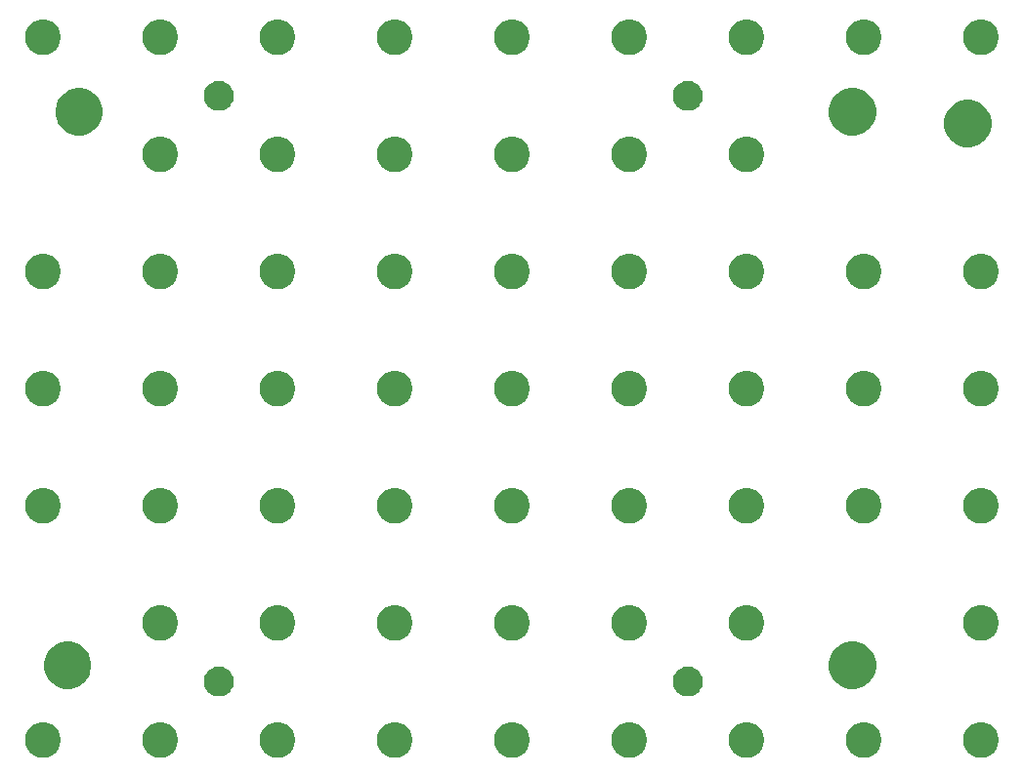
<source format=gbr>
G04 #@! TF.GenerationSoftware,KiCad,Pcbnew,5.1.5-52549c5~86~ubuntu18.04.1*
G04 #@! TF.CreationDate,2020-09-01T14:16:46-05:00*
G04 #@! TF.ProjectId,A05,4130352e-6b69-4636-9164-5f7063625858,rev?*
G04 #@! TF.SameCoordinates,Original*
G04 #@! TF.FileFunction,Soldermask,Bot*
G04 #@! TF.FilePolarity,Negative*
%FSLAX46Y46*%
G04 Gerber Fmt 4.6, Leading zero omitted, Abs format (unit mm)*
G04 Created by KiCad (PCBNEW 5.1.5-52549c5~86~ubuntu18.04.1) date 2020-09-01 14:16:46*
%MOMM*%
%LPD*%
G04 APERTURE LIST*
%ADD10C,0.100000*%
G04 APERTURE END LIST*
D10*
G36*
X105392585Y-83248802D02*
G01*
X105542410Y-83278604D01*
X105824674Y-83395521D01*
X106078705Y-83565259D01*
X106294741Y-83781295D01*
X106464479Y-84035326D01*
X106581396Y-84317590D01*
X106641000Y-84617240D01*
X106641000Y-84922760D01*
X106581396Y-85222410D01*
X106464479Y-85504674D01*
X106294741Y-85758705D01*
X106078705Y-85974741D01*
X105824674Y-86144479D01*
X105542410Y-86261396D01*
X105392585Y-86291198D01*
X105242761Y-86321000D01*
X104937239Y-86321000D01*
X104787415Y-86291198D01*
X104637590Y-86261396D01*
X104355326Y-86144479D01*
X104101295Y-85974741D01*
X103885259Y-85758705D01*
X103715521Y-85504674D01*
X103598604Y-85222410D01*
X103539000Y-84922760D01*
X103539000Y-84617240D01*
X103598604Y-84317590D01*
X103715521Y-84035326D01*
X103885259Y-83781295D01*
X104101295Y-83565259D01*
X104355326Y-83395521D01*
X104637590Y-83278604D01*
X104787415Y-83248802D01*
X104937239Y-83219000D01*
X105242761Y-83219000D01*
X105392585Y-83248802D01*
G37*
G36*
X95232585Y-83248802D02*
G01*
X95382410Y-83278604D01*
X95664674Y-83395521D01*
X95918705Y-83565259D01*
X96134741Y-83781295D01*
X96304479Y-84035326D01*
X96421396Y-84317590D01*
X96481000Y-84617240D01*
X96481000Y-84922760D01*
X96421396Y-85222410D01*
X96304479Y-85504674D01*
X96134741Y-85758705D01*
X95918705Y-85974741D01*
X95664674Y-86144479D01*
X95382410Y-86261396D01*
X95232585Y-86291198D01*
X95082761Y-86321000D01*
X94777239Y-86321000D01*
X94627415Y-86291198D01*
X94477590Y-86261396D01*
X94195326Y-86144479D01*
X93941295Y-85974741D01*
X93725259Y-85758705D01*
X93555521Y-85504674D01*
X93438604Y-85222410D01*
X93379000Y-84922760D01*
X93379000Y-84617240D01*
X93438604Y-84317590D01*
X93555521Y-84035326D01*
X93725259Y-83781295D01*
X93941295Y-83565259D01*
X94195326Y-83395521D01*
X94477590Y-83278604D01*
X94627415Y-83248802D01*
X94777239Y-83219000D01*
X95082761Y-83219000D01*
X95232585Y-83248802D01*
G37*
G36*
X24112585Y-83248802D02*
G01*
X24262410Y-83278604D01*
X24544674Y-83395521D01*
X24798705Y-83565259D01*
X25014741Y-83781295D01*
X25184479Y-84035326D01*
X25301396Y-84317590D01*
X25361000Y-84617240D01*
X25361000Y-84922760D01*
X25301396Y-85222410D01*
X25184479Y-85504674D01*
X25014741Y-85758705D01*
X24798705Y-85974741D01*
X24544674Y-86144479D01*
X24262410Y-86261396D01*
X24112585Y-86291198D01*
X23962761Y-86321000D01*
X23657239Y-86321000D01*
X23507415Y-86291198D01*
X23357590Y-86261396D01*
X23075326Y-86144479D01*
X22821295Y-85974741D01*
X22605259Y-85758705D01*
X22435521Y-85504674D01*
X22318604Y-85222410D01*
X22259000Y-84922760D01*
X22259000Y-84617240D01*
X22318604Y-84317590D01*
X22435521Y-84035326D01*
X22605259Y-83781295D01*
X22821295Y-83565259D01*
X23075326Y-83395521D01*
X23357590Y-83278604D01*
X23507415Y-83248802D01*
X23657239Y-83219000D01*
X23962761Y-83219000D01*
X24112585Y-83248802D01*
G37*
G36*
X34272585Y-83248802D02*
G01*
X34422410Y-83278604D01*
X34704674Y-83395521D01*
X34958705Y-83565259D01*
X35174741Y-83781295D01*
X35344479Y-84035326D01*
X35461396Y-84317590D01*
X35521000Y-84617240D01*
X35521000Y-84922760D01*
X35461396Y-85222410D01*
X35344479Y-85504674D01*
X35174741Y-85758705D01*
X34958705Y-85974741D01*
X34704674Y-86144479D01*
X34422410Y-86261396D01*
X34272585Y-86291198D01*
X34122761Y-86321000D01*
X33817239Y-86321000D01*
X33667415Y-86291198D01*
X33517590Y-86261396D01*
X33235326Y-86144479D01*
X32981295Y-85974741D01*
X32765259Y-85758705D01*
X32595521Y-85504674D01*
X32478604Y-85222410D01*
X32419000Y-84922760D01*
X32419000Y-84617240D01*
X32478604Y-84317590D01*
X32595521Y-84035326D01*
X32765259Y-83781295D01*
X32981295Y-83565259D01*
X33235326Y-83395521D01*
X33517590Y-83278604D01*
X33667415Y-83248802D01*
X33817239Y-83219000D01*
X34122761Y-83219000D01*
X34272585Y-83248802D01*
G37*
G36*
X44432585Y-83248802D02*
G01*
X44582410Y-83278604D01*
X44864674Y-83395521D01*
X45118705Y-83565259D01*
X45334741Y-83781295D01*
X45504479Y-84035326D01*
X45621396Y-84317590D01*
X45681000Y-84617240D01*
X45681000Y-84922760D01*
X45621396Y-85222410D01*
X45504479Y-85504674D01*
X45334741Y-85758705D01*
X45118705Y-85974741D01*
X44864674Y-86144479D01*
X44582410Y-86261396D01*
X44432585Y-86291198D01*
X44282761Y-86321000D01*
X43977239Y-86321000D01*
X43827415Y-86291198D01*
X43677590Y-86261396D01*
X43395326Y-86144479D01*
X43141295Y-85974741D01*
X42925259Y-85758705D01*
X42755521Y-85504674D01*
X42638604Y-85222410D01*
X42579000Y-84922760D01*
X42579000Y-84617240D01*
X42638604Y-84317590D01*
X42755521Y-84035326D01*
X42925259Y-83781295D01*
X43141295Y-83565259D01*
X43395326Y-83395521D01*
X43677590Y-83278604D01*
X43827415Y-83248802D01*
X43977239Y-83219000D01*
X44282761Y-83219000D01*
X44432585Y-83248802D01*
G37*
G36*
X64752585Y-83248802D02*
G01*
X64902410Y-83278604D01*
X65184674Y-83395521D01*
X65438705Y-83565259D01*
X65654741Y-83781295D01*
X65824479Y-84035326D01*
X65941396Y-84317590D01*
X66001000Y-84617240D01*
X66001000Y-84922760D01*
X65941396Y-85222410D01*
X65824479Y-85504674D01*
X65654741Y-85758705D01*
X65438705Y-85974741D01*
X65184674Y-86144479D01*
X64902410Y-86261396D01*
X64752585Y-86291198D01*
X64602761Y-86321000D01*
X64297239Y-86321000D01*
X64147415Y-86291198D01*
X63997590Y-86261396D01*
X63715326Y-86144479D01*
X63461295Y-85974741D01*
X63245259Y-85758705D01*
X63075521Y-85504674D01*
X62958604Y-85222410D01*
X62899000Y-84922760D01*
X62899000Y-84617240D01*
X62958604Y-84317590D01*
X63075521Y-84035326D01*
X63245259Y-83781295D01*
X63461295Y-83565259D01*
X63715326Y-83395521D01*
X63997590Y-83278604D01*
X64147415Y-83248802D01*
X64297239Y-83219000D01*
X64602761Y-83219000D01*
X64752585Y-83248802D01*
G37*
G36*
X74912585Y-83248802D02*
G01*
X75062410Y-83278604D01*
X75344674Y-83395521D01*
X75598705Y-83565259D01*
X75814741Y-83781295D01*
X75984479Y-84035326D01*
X76101396Y-84317590D01*
X76161000Y-84617240D01*
X76161000Y-84922760D01*
X76101396Y-85222410D01*
X75984479Y-85504674D01*
X75814741Y-85758705D01*
X75598705Y-85974741D01*
X75344674Y-86144479D01*
X75062410Y-86261396D01*
X74912585Y-86291198D01*
X74762761Y-86321000D01*
X74457239Y-86321000D01*
X74307415Y-86291198D01*
X74157590Y-86261396D01*
X73875326Y-86144479D01*
X73621295Y-85974741D01*
X73405259Y-85758705D01*
X73235521Y-85504674D01*
X73118604Y-85222410D01*
X73059000Y-84922760D01*
X73059000Y-84617240D01*
X73118604Y-84317590D01*
X73235521Y-84035326D01*
X73405259Y-83781295D01*
X73621295Y-83565259D01*
X73875326Y-83395521D01*
X74157590Y-83278604D01*
X74307415Y-83248802D01*
X74457239Y-83219000D01*
X74762761Y-83219000D01*
X74912585Y-83248802D01*
G37*
G36*
X85072585Y-83248802D02*
G01*
X85222410Y-83278604D01*
X85504674Y-83395521D01*
X85758705Y-83565259D01*
X85974741Y-83781295D01*
X86144479Y-84035326D01*
X86261396Y-84317590D01*
X86321000Y-84617240D01*
X86321000Y-84922760D01*
X86261396Y-85222410D01*
X86144479Y-85504674D01*
X85974741Y-85758705D01*
X85758705Y-85974741D01*
X85504674Y-86144479D01*
X85222410Y-86261396D01*
X85072585Y-86291198D01*
X84922761Y-86321000D01*
X84617239Y-86321000D01*
X84467415Y-86291198D01*
X84317590Y-86261396D01*
X84035326Y-86144479D01*
X83781295Y-85974741D01*
X83565259Y-85758705D01*
X83395521Y-85504674D01*
X83278604Y-85222410D01*
X83219000Y-84922760D01*
X83219000Y-84617240D01*
X83278604Y-84317590D01*
X83395521Y-84035326D01*
X83565259Y-83781295D01*
X83781295Y-83565259D01*
X84035326Y-83395521D01*
X84317590Y-83278604D01*
X84467415Y-83248802D01*
X84617239Y-83219000D01*
X84922761Y-83219000D01*
X85072585Y-83248802D01*
G37*
G36*
X54592585Y-83248802D02*
G01*
X54742410Y-83278604D01*
X55024674Y-83395521D01*
X55278705Y-83565259D01*
X55494741Y-83781295D01*
X55664479Y-84035326D01*
X55781396Y-84317590D01*
X55841000Y-84617240D01*
X55841000Y-84922760D01*
X55781396Y-85222410D01*
X55664479Y-85504674D01*
X55494741Y-85758705D01*
X55278705Y-85974741D01*
X55024674Y-86144479D01*
X54742410Y-86261396D01*
X54592585Y-86291198D01*
X54442761Y-86321000D01*
X54137239Y-86321000D01*
X53987415Y-86291198D01*
X53837590Y-86261396D01*
X53555326Y-86144479D01*
X53301295Y-85974741D01*
X53085259Y-85758705D01*
X52915521Y-85504674D01*
X52798604Y-85222410D01*
X52739000Y-84922760D01*
X52739000Y-84617240D01*
X52798604Y-84317590D01*
X52915521Y-84035326D01*
X53085259Y-83781295D01*
X53301295Y-83565259D01*
X53555326Y-83395521D01*
X53837590Y-83278604D01*
X53987415Y-83248802D01*
X54137239Y-83219000D01*
X54442761Y-83219000D01*
X54592585Y-83248802D01*
G37*
G36*
X39429393Y-78439304D02*
G01*
X39666101Y-78537352D01*
X39666103Y-78537353D01*
X39879135Y-78679696D01*
X40060304Y-78860865D01*
X40078605Y-78888255D01*
X40202648Y-79073899D01*
X40300696Y-79310607D01*
X40350680Y-79561893D01*
X40350680Y-79818107D01*
X40300696Y-80069393D01*
X40220840Y-80262181D01*
X40202647Y-80306103D01*
X40060304Y-80519135D01*
X39879135Y-80700304D01*
X39666103Y-80842647D01*
X39666102Y-80842648D01*
X39666101Y-80842648D01*
X39429393Y-80940696D01*
X39178107Y-80990680D01*
X38921893Y-80990680D01*
X38670607Y-80940696D01*
X38433899Y-80842648D01*
X38433898Y-80842648D01*
X38433897Y-80842647D01*
X38220865Y-80700304D01*
X38039696Y-80519135D01*
X37897353Y-80306103D01*
X37879160Y-80262181D01*
X37799304Y-80069393D01*
X37749320Y-79818107D01*
X37749320Y-79561893D01*
X37799304Y-79310607D01*
X37897352Y-79073899D01*
X38021395Y-78888255D01*
X38039696Y-78860865D01*
X38220865Y-78679696D01*
X38433897Y-78537353D01*
X38433899Y-78537352D01*
X38670607Y-78439304D01*
X38921893Y-78389320D01*
X39178107Y-78389320D01*
X39429393Y-78439304D01*
G37*
G36*
X80069393Y-78439304D02*
G01*
X80306101Y-78537352D01*
X80306103Y-78537353D01*
X80519135Y-78679696D01*
X80700304Y-78860865D01*
X80718605Y-78888255D01*
X80842648Y-79073899D01*
X80940696Y-79310607D01*
X80990680Y-79561893D01*
X80990680Y-79818107D01*
X80940696Y-80069393D01*
X80860840Y-80262181D01*
X80842647Y-80306103D01*
X80700304Y-80519135D01*
X80519135Y-80700304D01*
X80306103Y-80842647D01*
X80306102Y-80842648D01*
X80306101Y-80842648D01*
X80069393Y-80940696D01*
X79818107Y-80990680D01*
X79561893Y-80990680D01*
X79310607Y-80940696D01*
X79073899Y-80842648D01*
X79073898Y-80842648D01*
X79073897Y-80842647D01*
X78860865Y-80700304D01*
X78679696Y-80519135D01*
X78537353Y-80306103D01*
X78519160Y-80262181D01*
X78439304Y-80069393D01*
X78389320Y-79818107D01*
X78389320Y-79561893D01*
X78439304Y-79310607D01*
X78537352Y-79073899D01*
X78661395Y-78888255D01*
X78679696Y-78860865D01*
X78860865Y-78679696D01*
X79073897Y-78537353D01*
X79073899Y-78537352D01*
X79310607Y-78439304D01*
X79561893Y-78389320D01*
X79818107Y-78389320D01*
X80069393Y-78439304D01*
G37*
G36*
X26548254Y-76317818D02*
G01*
X26921511Y-76472426D01*
X26921513Y-76472427D01*
X27257436Y-76696884D01*
X27543116Y-76982564D01*
X27767574Y-77318489D01*
X27922182Y-77691746D01*
X28001000Y-78087993D01*
X28001000Y-78492007D01*
X27922182Y-78888254D01*
X27845286Y-79073897D01*
X27767573Y-79261513D01*
X27543116Y-79597436D01*
X27257436Y-79883116D01*
X26921513Y-80107573D01*
X26921512Y-80107574D01*
X26921511Y-80107574D01*
X26548254Y-80262182D01*
X26152007Y-80341000D01*
X25747993Y-80341000D01*
X25351746Y-80262182D01*
X24978489Y-80107574D01*
X24978488Y-80107574D01*
X24978487Y-80107573D01*
X24642564Y-79883116D01*
X24356884Y-79597436D01*
X24132427Y-79261513D01*
X24054714Y-79073897D01*
X23977818Y-78888254D01*
X23899000Y-78492007D01*
X23899000Y-78087993D01*
X23977818Y-77691746D01*
X24132426Y-77318489D01*
X24356884Y-76982564D01*
X24642564Y-76696884D01*
X24978487Y-76472427D01*
X24978489Y-76472426D01*
X25351746Y-76317818D01*
X25747993Y-76239000D01*
X26152007Y-76239000D01*
X26548254Y-76317818D01*
G37*
G36*
X94548254Y-76317818D02*
G01*
X94921511Y-76472426D01*
X94921513Y-76472427D01*
X95257436Y-76696884D01*
X95543116Y-76982564D01*
X95767574Y-77318489D01*
X95922182Y-77691746D01*
X96001000Y-78087993D01*
X96001000Y-78492007D01*
X95922182Y-78888254D01*
X95845286Y-79073897D01*
X95767573Y-79261513D01*
X95543116Y-79597436D01*
X95257436Y-79883116D01*
X94921513Y-80107573D01*
X94921512Y-80107574D01*
X94921511Y-80107574D01*
X94548254Y-80262182D01*
X94152007Y-80341000D01*
X93747993Y-80341000D01*
X93351746Y-80262182D01*
X92978489Y-80107574D01*
X92978488Y-80107574D01*
X92978487Y-80107573D01*
X92642564Y-79883116D01*
X92356884Y-79597436D01*
X92132427Y-79261513D01*
X92054714Y-79073897D01*
X91977818Y-78888254D01*
X91899000Y-78492007D01*
X91899000Y-78087993D01*
X91977818Y-77691746D01*
X92132426Y-77318489D01*
X92356884Y-76982564D01*
X92642564Y-76696884D01*
X92978487Y-76472427D01*
X92978489Y-76472426D01*
X93351746Y-76317818D01*
X93747993Y-76239000D01*
X94152007Y-76239000D01*
X94548254Y-76317818D01*
G37*
G36*
X85072585Y-73088802D02*
G01*
X85222410Y-73118604D01*
X85504674Y-73235521D01*
X85758705Y-73405259D01*
X85974741Y-73621295D01*
X86144479Y-73875326D01*
X86261396Y-74157590D01*
X86321000Y-74457240D01*
X86321000Y-74762760D01*
X86261396Y-75062410D01*
X86144479Y-75344674D01*
X85974741Y-75598705D01*
X85758705Y-75814741D01*
X85504674Y-75984479D01*
X85222410Y-76101396D01*
X85072585Y-76131198D01*
X84922761Y-76161000D01*
X84617239Y-76161000D01*
X84467415Y-76131198D01*
X84317590Y-76101396D01*
X84035326Y-75984479D01*
X83781295Y-75814741D01*
X83565259Y-75598705D01*
X83395521Y-75344674D01*
X83278604Y-75062410D01*
X83219000Y-74762760D01*
X83219000Y-74457240D01*
X83278604Y-74157590D01*
X83395521Y-73875326D01*
X83565259Y-73621295D01*
X83781295Y-73405259D01*
X84035326Y-73235521D01*
X84317590Y-73118604D01*
X84467415Y-73088802D01*
X84617239Y-73059000D01*
X84922761Y-73059000D01*
X85072585Y-73088802D01*
G37*
G36*
X74912585Y-73088802D02*
G01*
X75062410Y-73118604D01*
X75344674Y-73235521D01*
X75598705Y-73405259D01*
X75814741Y-73621295D01*
X75984479Y-73875326D01*
X76101396Y-74157590D01*
X76161000Y-74457240D01*
X76161000Y-74762760D01*
X76101396Y-75062410D01*
X75984479Y-75344674D01*
X75814741Y-75598705D01*
X75598705Y-75814741D01*
X75344674Y-75984479D01*
X75062410Y-76101396D01*
X74912585Y-76131198D01*
X74762761Y-76161000D01*
X74457239Y-76161000D01*
X74307415Y-76131198D01*
X74157590Y-76101396D01*
X73875326Y-75984479D01*
X73621295Y-75814741D01*
X73405259Y-75598705D01*
X73235521Y-75344674D01*
X73118604Y-75062410D01*
X73059000Y-74762760D01*
X73059000Y-74457240D01*
X73118604Y-74157590D01*
X73235521Y-73875326D01*
X73405259Y-73621295D01*
X73621295Y-73405259D01*
X73875326Y-73235521D01*
X74157590Y-73118604D01*
X74307415Y-73088802D01*
X74457239Y-73059000D01*
X74762761Y-73059000D01*
X74912585Y-73088802D01*
G37*
G36*
X64752585Y-73088802D02*
G01*
X64902410Y-73118604D01*
X65184674Y-73235521D01*
X65438705Y-73405259D01*
X65654741Y-73621295D01*
X65824479Y-73875326D01*
X65941396Y-74157590D01*
X66001000Y-74457240D01*
X66001000Y-74762760D01*
X65941396Y-75062410D01*
X65824479Y-75344674D01*
X65654741Y-75598705D01*
X65438705Y-75814741D01*
X65184674Y-75984479D01*
X64902410Y-76101396D01*
X64752585Y-76131198D01*
X64602761Y-76161000D01*
X64297239Y-76161000D01*
X64147415Y-76131198D01*
X63997590Y-76101396D01*
X63715326Y-75984479D01*
X63461295Y-75814741D01*
X63245259Y-75598705D01*
X63075521Y-75344674D01*
X62958604Y-75062410D01*
X62899000Y-74762760D01*
X62899000Y-74457240D01*
X62958604Y-74157590D01*
X63075521Y-73875326D01*
X63245259Y-73621295D01*
X63461295Y-73405259D01*
X63715326Y-73235521D01*
X63997590Y-73118604D01*
X64147415Y-73088802D01*
X64297239Y-73059000D01*
X64602761Y-73059000D01*
X64752585Y-73088802D01*
G37*
G36*
X44432585Y-73088802D02*
G01*
X44582410Y-73118604D01*
X44864674Y-73235521D01*
X45118705Y-73405259D01*
X45334741Y-73621295D01*
X45504479Y-73875326D01*
X45621396Y-74157590D01*
X45681000Y-74457240D01*
X45681000Y-74762760D01*
X45621396Y-75062410D01*
X45504479Y-75344674D01*
X45334741Y-75598705D01*
X45118705Y-75814741D01*
X44864674Y-75984479D01*
X44582410Y-76101396D01*
X44432585Y-76131198D01*
X44282761Y-76161000D01*
X43977239Y-76161000D01*
X43827415Y-76131198D01*
X43677590Y-76101396D01*
X43395326Y-75984479D01*
X43141295Y-75814741D01*
X42925259Y-75598705D01*
X42755521Y-75344674D01*
X42638604Y-75062410D01*
X42579000Y-74762760D01*
X42579000Y-74457240D01*
X42638604Y-74157590D01*
X42755521Y-73875326D01*
X42925259Y-73621295D01*
X43141295Y-73405259D01*
X43395326Y-73235521D01*
X43677590Y-73118604D01*
X43827415Y-73088802D01*
X43977239Y-73059000D01*
X44282761Y-73059000D01*
X44432585Y-73088802D01*
G37*
G36*
X34272585Y-73088802D02*
G01*
X34422410Y-73118604D01*
X34704674Y-73235521D01*
X34958705Y-73405259D01*
X35174741Y-73621295D01*
X35344479Y-73875326D01*
X35461396Y-74157590D01*
X35521000Y-74457240D01*
X35521000Y-74762760D01*
X35461396Y-75062410D01*
X35344479Y-75344674D01*
X35174741Y-75598705D01*
X34958705Y-75814741D01*
X34704674Y-75984479D01*
X34422410Y-76101396D01*
X34272585Y-76131198D01*
X34122761Y-76161000D01*
X33817239Y-76161000D01*
X33667415Y-76131198D01*
X33517590Y-76101396D01*
X33235326Y-75984479D01*
X32981295Y-75814741D01*
X32765259Y-75598705D01*
X32595521Y-75344674D01*
X32478604Y-75062410D01*
X32419000Y-74762760D01*
X32419000Y-74457240D01*
X32478604Y-74157590D01*
X32595521Y-73875326D01*
X32765259Y-73621295D01*
X32981295Y-73405259D01*
X33235326Y-73235521D01*
X33517590Y-73118604D01*
X33667415Y-73088802D01*
X33817239Y-73059000D01*
X34122761Y-73059000D01*
X34272585Y-73088802D01*
G37*
G36*
X105392585Y-73088802D02*
G01*
X105542410Y-73118604D01*
X105824674Y-73235521D01*
X106078705Y-73405259D01*
X106294741Y-73621295D01*
X106464479Y-73875326D01*
X106581396Y-74157590D01*
X106641000Y-74457240D01*
X106641000Y-74762760D01*
X106581396Y-75062410D01*
X106464479Y-75344674D01*
X106294741Y-75598705D01*
X106078705Y-75814741D01*
X105824674Y-75984479D01*
X105542410Y-76101396D01*
X105392585Y-76131198D01*
X105242761Y-76161000D01*
X104937239Y-76161000D01*
X104787415Y-76131198D01*
X104637590Y-76101396D01*
X104355326Y-75984479D01*
X104101295Y-75814741D01*
X103885259Y-75598705D01*
X103715521Y-75344674D01*
X103598604Y-75062410D01*
X103539000Y-74762760D01*
X103539000Y-74457240D01*
X103598604Y-74157590D01*
X103715521Y-73875326D01*
X103885259Y-73621295D01*
X104101295Y-73405259D01*
X104355326Y-73235521D01*
X104637590Y-73118604D01*
X104787415Y-73088802D01*
X104937239Y-73059000D01*
X105242761Y-73059000D01*
X105392585Y-73088802D01*
G37*
G36*
X54592585Y-73088802D02*
G01*
X54742410Y-73118604D01*
X55024674Y-73235521D01*
X55278705Y-73405259D01*
X55494741Y-73621295D01*
X55664479Y-73875326D01*
X55781396Y-74157590D01*
X55841000Y-74457240D01*
X55841000Y-74762760D01*
X55781396Y-75062410D01*
X55664479Y-75344674D01*
X55494741Y-75598705D01*
X55278705Y-75814741D01*
X55024674Y-75984479D01*
X54742410Y-76101396D01*
X54592585Y-76131198D01*
X54442761Y-76161000D01*
X54137239Y-76161000D01*
X53987415Y-76131198D01*
X53837590Y-76101396D01*
X53555326Y-75984479D01*
X53301295Y-75814741D01*
X53085259Y-75598705D01*
X52915521Y-75344674D01*
X52798604Y-75062410D01*
X52739000Y-74762760D01*
X52739000Y-74457240D01*
X52798604Y-74157590D01*
X52915521Y-73875326D01*
X53085259Y-73621295D01*
X53301295Y-73405259D01*
X53555326Y-73235521D01*
X53837590Y-73118604D01*
X53987415Y-73088802D01*
X54137239Y-73059000D01*
X54442761Y-73059000D01*
X54592585Y-73088802D01*
G37*
G36*
X34272585Y-62928802D02*
G01*
X34422410Y-62958604D01*
X34704674Y-63075521D01*
X34958705Y-63245259D01*
X35174741Y-63461295D01*
X35344479Y-63715326D01*
X35461396Y-63997590D01*
X35521000Y-64297240D01*
X35521000Y-64602760D01*
X35461396Y-64902410D01*
X35344479Y-65184674D01*
X35174741Y-65438705D01*
X34958705Y-65654741D01*
X34704674Y-65824479D01*
X34422410Y-65941396D01*
X34272585Y-65971198D01*
X34122761Y-66001000D01*
X33817239Y-66001000D01*
X33667415Y-65971198D01*
X33517590Y-65941396D01*
X33235326Y-65824479D01*
X32981295Y-65654741D01*
X32765259Y-65438705D01*
X32595521Y-65184674D01*
X32478604Y-64902410D01*
X32419000Y-64602760D01*
X32419000Y-64297240D01*
X32478604Y-63997590D01*
X32595521Y-63715326D01*
X32765259Y-63461295D01*
X32981295Y-63245259D01*
X33235326Y-63075521D01*
X33517590Y-62958604D01*
X33667415Y-62928802D01*
X33817239Y-62899000D01*
X34122761Y-62899000D01*
X34272585Y-62928802D01*
G37*
G36*
X85072585Y-62928802D02*
G01*
X85222410Y-62958604D01*
X85504674Y-63075521D01*
X85758705Y-63245259D01*
X85974741Y-63461295D01*
X86144479Y-63715326D01*
X86261396Y-63997590D01*
X86321000Y-64297240D01*
X86321000Y-64602760D01*
X86261396Y-64902410D01*
X86144479Y-65184674D01*
X85974741Y-65438705D01*
X85758705Y-65654741D01*
X85504674Y-65824479D01*
X85222410Y-65941396D01*
X85072585Y-65971198D01*
X84922761Y-66001000D01*
X84617239Y-66001000D01*
X84467415Y-65971198D01*
X84317590Y-65941396D01*
X84035326Y-65824479D01*
X83781295Y-65654741D01*
X83565259Y-65438705D01*
X83395521Y-65184674D01*
X83278604Y-64902410D01*
X83219000Y-64602760D01*
X83219000Y-64297240D01*
X83278604Y-63997590D01*
X83395521Y-63715326D01*
X83565259Y-63461295D01*
X83781295Y-63245259D01*
X84035326Y-63075521D01*
X84317590Y-62958604D01*
X84467415Y-62928802D01*
X84617239Y-62899000D01*
X84922761Y-62899000D01*
X85072585Y-62928802D01*
G37*
G36*
X74912585Y-62928802D02*
G01*
X75062410Y-62958604D01*
X75344674Y-63075521D01*
X75598705Y-63245259D01*
X75814741Y-63461295D01*
X75984479Y-63715326D01*
X76101396Y-63997590D01*
X76161000Y-64297240D01*
X76161000Y-64602760D01*
X76101396Y-64902410D01*
X75984479Y-65184674D01*
X75814741Y-65438705D01*
X75598705Y-65654741D01*
X75344674Y-65824479D01*
X75062410Y-65941396D01*
X74912585Y-65971198D01*
X74762761Y-66001000D01*
X74457239Y-66001000D01*
X74307415Y-65971198D01*
X74157590Y-65941396D01*
X73875326Y-65824479D01*
X73621295Y-65654741D01*
X73405259Y-65438705D01*
X73235521Y-65184674D01*
X73118604Y-64902410D01*
X73059000Y-64602760D01*
X73059000Y-64297240D01*
X73118604Y-63997590D01*
X73235521Y-63715326D01*
X73405259Y-63461295D01*
X73621295Y-63245259D01*
X73875326Y-63075521D01*
X74157590Y-62958604D01*
X74307415Y-62928802D01*
X74457239Y-62899000D01*
X74762761Y-62899000D01*
X74912585Y-62928802D01*
G37*
G36*
X24112585Y-62928802D02*
G01*
X24262410Y-62958604D01*
X24544674Y-63075521D01*
X24798705Y-63245259D01*
X25014741Y-63461295D01*
X25184479Y-63715326D01*
X25301396Y-63997590D01*
X25361000Y-64297240D01*
X25361000Y-64602760D01*
X25301396Y-64902410D01*
X25184479Y-65184674D01*
X25014741Y-65438705D01*
X24798705Y-65654741D01*
X24544674Y-65824479D01*
X24262410Y-65941396D01*
X24112585Y-65971198D01*
X23962761Y-66001000D01*
X23657239Y-66001000D01*
X23507415Y-65971198D01*
X23357590Y-65941396D01*
X23075326Y-65824479D01*
X22821295Y-65654741D01*
X22605259Y-65438705D01*
X22435521Y-65184674D01*
X22318604Y-64902410D01*
X22259000Y-64602760D01*
X22259000Y-64297240D01*
X22318604Y-63997590D01*
X22435521Y-63715326D01*
X22605259Y-63461295D01*
X22821295Y-63245259D01*
X23075326Y-63075521D01*
X23357590Y-62958604D01*
X23507415Y-62928802D01*
X23657239Y-62899000D01*
X23962761Y-62899000D01*
X24112585Y-62928802D01*
G37*
G36*
X44432585Y-62928802D02*
G01*
X44582410Y-62958604D01*
X44864674Y-63075521D01*
X45118705Y-63245259D01*
X45334741Y-63461295D01*
X45504479Y-63715326D01*
X45621396Y-63997590D01*
X45681000Y-64297240D01*
X45681000Y-64602760D01*
X45621396Y-64902410D01*
X45504479Y-65184674D01*
X45334741Y-65438705D01*
X45118705Y-65654741D01*
X44864674Y-65824479D01*
X44582410Y-65941396D01*
X44432585Y-65971198D01*
X44282761Y-66001000D01*
X43977239Y-66001000D01*
X43827415Y-65971198D01*
X43677590Y-65941396D01*
X43395326Y-65824479D01*
X43141295Y-65654741D01*
X42925259Y-65438705D01*
X42755521Y-65184674D01*
X42638604Y-64902410D01*
X42579000Y-64602760D01*
X42579000Y-64297240D01*
X42638604Y-63997590D01*
X42755521Y-63715326D01*
X42925259Y-63461295D01*
X43141295Y-63245259D01*
X43395326Y-63075521D01*
X43677590Y-62958604D01*
X43827415Y-62928802D01*
X43977239Y-62899000D01*
X44282761Y-62899000D01*
X44432585Y-62928802D01*
G37*
G36*
X54592585Y-62928802D02*
G01*
X54742410Y-62958604D01*
X55024674Y-63075521D01*
X55278705Y-63245259D01*
X55494741Y-63461295D01*
X55664479Y-63715326D01*
X55781396Y-63997590D01*
X55841000Y-64297240D01*
X55841000Y-64602760D01*
X55781396Y-64902410D01*
X55664479Y-65184674D01*
X55494741Y-65438705D01*
X55278705Y-65654741D01*
X55024674Y-65824479D01*
X54742410Y-65941396D01*
X54592585Y-65971198D01*
X54442761Y-66001000D01*
X54137239Y-66001000D01*
X53987415Y-65971198D01*
X53837590Y-65941396D01*
X53555326Y-65824479D01*
X53301295Y-65654741D01*
X53085259Y-65438705D01*
X52915521Y-65184674D01*
X52798604Y-64902410D01*
X52739000Y-64602760D01*
X52739000Y-64297240D01*
X52798604Y-63997590D01*
X52915521Y-63715326D01*
X53085259Y-63461295D01*
X53301295Y-63245259D01*
X53555326Y-63075521D01*
X53837590Y-62958604D01*
X53987415Y-62928802D01*
X54137239Y-62899000D01*
X54442761Y-62899000D01*
X54592585Y-62928802D01*
G37*
G36*
X95232585Y-62928802D02*
G01*
X95382410Y-62958604D01*
X95664674Y-63075521D01*
X95918705Y-63245259D01*
X96134741Y-63461295D01*
X96304479Y-63715326D01*
X96421396Y-63997590D01*
X96481000Y-64297240D01*
X96481000Y-64602760D01*
X96421396Y-64902410D01*
X96304479Y-65184674D01*
X96134741Y-65438705D01*
X95918705Y-65654741D01*
X95664674Y-65824479D01*
X95382410Y-65941396D01*
X95232585Y-65971198D01*
X95082761Y-66001000D01*
X94777239Y-66001000D01*
X94627415Y-65971198D01*
X94477590Y-65941396D01*
X94195326Y-65824479D01*
X93941295Y-65654741D01*
X93725259Y-65438705D01*
X93555521Y-65184674D01*
X93438604Y-64902410D01*
X93379000Y-64602760D01*
X93379000Y-64297240D01*
X93438604Y-63997590D01*
X93555521Y-63715326D01*
X93725259Y-63461295D01*
X93941295Y-63245259D01*
X94195326Y-63075521D01*
X94477590Y-62958604D01*
X94627415Y-62928802D01*
X94777239Y-62899000D01*
X95082761Y-62899000D01*
X95232585Y-62928802D01*
G37*
G36*
X105392585Y-62928802D02*
G01*
X105542410Y-62958604D01*
X105824674Y-63075521D01*
X106078705Y-63245259D01*
X106294741Y-63461295D01*
X106464479Y-63715326D01*
X106581396Y-63997590D01*
X106641000Y-64297240D01*
X106641000Y-64602760D01*
X106581396Y-64902410D01*
X106464479Y-65184674D01*
X106294741Y-65438705D01*
X106078705Y-65654741D01*
X105824674Y-65824479D01*
X105542410Y-65941396D01*
X105392585Y-65971198D01*
X105242761Y-66001000D01*
X104937239Y-66001000D01*
X104787415Y-65971198D01*
X104637590Y-65941396D01*
X104355326Y-65824479D01*
X104101295Y-65654741D01*
X103885259Y-65438705D01*
X103715521Y-65184674D01*
X103598604Y-64902410D01*
X103539000Y-64602760D01*
X103539000Y-64297240D01*
X103598604Y-63997590D01*
X103715521Y-63715326D01*
X103885259Y-63461295D01*
X104101295Y-63245259D01*
X104355326Y-63075521D01*
X104637590Y-62958604D01*
X104787415Y-62928802D01*
X104937239Y-62899000D01*
X105242761Y-62899000D01*
X105392585Y-62928802D01*
G37*
G36*
X64752585Y-62928802D02*
G01*
X64902410Y-62958604D01*
X65184674Y-63075521D01*
X65438705Y-63245259D01*
X65654741Y-63461295D01*
X65824479Y-63715326D01*
X65941396Y-63997590D01*
X66001000Y-64297240D01*
X66001000Y-64602760D01*
X65941396Y-64902410D01*
X65824479Y-65184674D01*
X65654741Y-65438705D01*
X65438705Y-65654741D01*
X65184674Y-65824479D01*
X64902410Y-65941396D01*
X64752585Y-65971198D01*
X64602761Y-66001000D01*
X64297239Y-66001000D01*
X64147415Y-65971198D01*
X63997590Y-65941396D01*
X63715326Y-65824479D01*
X63461295Y-65654741D01*
X63245259Y-65438705D01*
X63075521Y-65184674D01*
X62958604Y-64902410D01*
X62899000Y-64602760D01*
X62899000Y-64297240D01*
X62958604Y-63997590D01*
X63075521Y-63715326D01*
X63245259Y-63461295D01*
X63461295Y-63245259D01*
X63715326Y-63075521D01*
X63997590Y-62958604D01*
X64147415Y-62928802D01*
X64297239Y-62899000D01*
X64602761Y-62899000D01*
X64752585Y-62928802D01*
G37*
G36*
X105392585Y-52768802D02*
G01*
X105542410Y-52798604D01*
X105824674Y-52915521D01*
X106078705Y-53085259D01*
X106294741Y-53301295D01*
X106464479Y-53555326D01*
X106581396Y-53837590D01*
X106641000Y-54137240D01*
X106641000Y-54442760D01*
X106581396Y-54742410D01*
X106464479Y-55024674D01*
X106294741Y-55278705D01*
X106078705Y-55494741D01*
X105824674Y-55664479D01*
X105542410Y-55781396D01*
X105392585Y-55811198D01*
X105242761Y-55841000D01*
X104937239Y-55841000D01*
X104787415Y-55811198D01*
X104637590Y-55781396D01*
X104355326Y-55664479D01*
X104101295Y-55494741D01*
X103885259Y-55278705D01*
X103715521Y-55024674D01*
X103598604Y-54742410D01*
X103539000Y-54442760D01*
X103539000Y-54137240D01*
X103598604Y-53837590D01*
X103715521Y-53555326D01*
X103885259Y-53301295D01*
X104101295Y-53085259D01*
X104355326Y-52915521D01*
X104637590Y-52798604D01*
X104787415Y-52768802D01*
X104937239Y-52739000D01*
X105242761Y-52739000D01*
X105392585Y-52768802D01*
G37*
G36*
X95232585Y-52768802D02*
G01*
X95382410Y-52798604D01*
X95664674Y-52915521D01*
X95918705Y-53085259D01*
X96134741Y-53301295D01*
X96304479Y-53555326D01*
X96421396Y-53837590D01*
X96481000Y-54137240D01*
X96481000Y-54442760D01*
X96421396Y-54742410D01*
X96304479Y-55024674D01*
X96134741Y-55278705D01*
X95918705Y-55494741D01*
X95664674Y-55664479D01*
X95382410Y-55781396D01*
X95232585Y-55811198D01*
X95082761Y-55841000D01*
X94777239Y-55841000D01*
X94627415Y-55811198D01*
X94477590Y-55781396D01*
X94195326Y-55664479D01*
X93941295Y-55494741D01*
X93725259Y-55278705D01*
X93555521Y-55024674D01*
X93438604Y-54742410D01*
X93379000Y-54442760D01*
X93379000Y-54137240D01*
X93438604Y-53837590D01*
X93555521Y-53555326D01*
X93725259Y-53301295D01*
X93941295Y-53085259D01*
X94195326Y-52915521D01*
X94477590Y-52798604D01*
X94627415Y-52768802D01*
X94777239Y-52739000D01*
X95082761Y-52739000D01*
X95232585Y-52768802D01*
G37*
G36*
X85072585Y-52768802D02*
G01*
X85222410Y-52798604D01*
X85504674Y-52915521D01*
X85758705Y-53085259D01*
X85974741Y-53301295D01*
X86144479Y-53555326D01*
X86261396Y-53837590D01*
X86321000Y-54137240D01*
X86321000Y-54442760D01*
X86261396Y-54742410D01*
X86144479Y-55024674D01*
X85974741Y-55278705D01*
X85758705Y-55494741D01*
X85504674Y-55664479D01*
X85222410Y-55781396D01*
X85072585Y-55811198D01*
X84922761Y-55841000D01*
X84617239Y-55841000D01*
X84467415Y-55811198D01*
X84317590Y-55781396D01*
X84035326Y-55664479D01*
X83781295Y-55494741D01*
X83565259Y-55278705D01*
X83395521Y-55024674D01*
X83278604Y-54742410D01*
X83219000Y-54442760D01*
X83219000Y-54137240D01*
X83278604Y-53837590D01*
X83395521Y-53555326D01*
X83565259Y-53301295D01*
X83781295Y-53085259D01*
X84035326Y-52915521D01*
X84317590Y-52798604D01*
X84467415Y-52768802D01*
X84617239Y-52739000D01*
X84922761Y-52739000D01*
X85072585Y-52768802D01*
G37*
G36*
X74912585Y-52768802D02*
G01*
X75062410Y-52798604D01*
X75344674Y-52915521D01*
X75598705Y-53085259D01*
X75814741Y-53301295D01*
X75984479Y-53555326D01*
X76101396Y-53837590D01*
X76161000Y-54137240D01*
X76161000Y-54442760D01*
X76101396Y-54742410D01*
X75984479Y-55024674D01*
X75814741Y-55278705D01*
X75598705Y-55494741D01*
X75344674Y-55664479D01*
X75062410Y-55781396D01*
X74912585Y-55811198D01*
X74762761Y-55841000D01*
X74457239Y-55841000D01*
X74307415Y-55811198D01*
X74157590Y-55781396D01*
X73875326Y-55664479D01*
X73621295Y-55494741D01*
X73405259Y-55278705D01*
X73235521Y-55024674D01*
X73118604Y-54742410D01*
X73059000Y-54442760D01*
X73059000Y-54137240D01*
X73118604Y-53837590D01*
X73235521Y-53555326D01*
X73405259Y-53301295D01*
X73621295Y-53085259D01*
X73875326Y-52915521D01*
X74157590Y-52798604D01*
X74307415Y-52768802D01*
X74457239Y-52739000D01*
X74762761Y-52739000D01*
X74912585Y-52768802D01*
G37*
G36*
X64752585Y-52768802D02*
G01*
X64902410Y-52798604D01*
X65184674Y-52915521D01*
X65438705Y-53085259D01*
X65654741Y-53301295D01*
X65824479Y-53555326D01*
X65941396Y-53837590D01*
X66001000Y-54137240D01*
X66001000Y-54442760D01*
X65941396Y-54742410D01*
X65824479Y-55024674D01*
X65654741Y-55278705D01*
X65438705Y-55494741D01*
X65184674Y-55664479D01*
X64902410Y-55781396D01*
X64752585Y-55811198D01*
X64602761Y-55841000D01*
X64297239Y-55841000D01*
X64147415Y-55811198D01*
X63997590Y-55781396D01*
X63715326Y-55664479D01*
X63461295Y-55494741D01*
X63245259Y-55278705D01*
X63075521Y-55024674D01*
X62958604Y-54742410D01*
X62899000Y-54442760D01*
X62899000Y-54137240D01*
X62958604Y-53837590D01*
X63075521Y-53555326D01*
X63245259Y-53301295D01*
X63461295Y-53085259D01*
X63715326Y-52915521D01*
X63997590Y-52798604D01*
X64147415Y-52768802D01*
X64297239Y-52739000D01*
X64602761Y-52739000D01*
X64752585Y-52768802D01*
G37*
G36*
X34272585Y-52768802D02*
G01*
X34422410Y-52798604D01*
X34704674Y-52915521D01*
X34958705Y-53085259D01*
X35174741Y-53301295D01*
X35344479Y-53555326D01*
X35461396Y-53837590D01*
X35521000Y-54137240D01*
X35521000Y-54442760D01*
X35461396Y-54742410D01*
X35344479Y-55024674D01*
X35174741Y-55278705D01*
X34958705Y-55494741D01*
X34704674Y-55664479D01*
X34422410Y-55781396D01*
X34272585Y-55811198D01*
X34122761Y-55841000D01*
X33817239Y-55841000D01*
X33667415Y-55811198D01*
X33517590Y-55781396D01*
X33235326Y-55664479D01*
X32981295Y-55494741D01*
X32765259Y-55278705D01*
X32595521Y-55024674D01*
X32478604Y-54742410D01*
X32419000Y-54442760D01*
X32419000Y-54137240D01*
X32478604Y-53837590D01*
X32595521Y-53555326D01*
X32765259Y-53301295D01*
X32981295Y-53085259D01*
X33235326Y-52915521D01*
X33517590Y-52798604D01*
X33667415Y-52768802D01*
X33817239Y-52739000D01*
X34122761Y-52739000D01*
X34272585Y-52768802D01*
G37*
G36*
X24112585Y-52768802D02*
G01*
X24262410Y-52798604D01*
X24544674Y-52915521D01*
X24798705Y-53085259D01*
X25014741Y-53301295D01*
X25184479Y-53555326D01*
X25301396Y-53837590D01*
X25361000Y-54137240D01*
X25361000Y-54442760D01*
X25301396Y-54742410D01*
X25184479Y-55024674D01*
X25014741Y-55278705D01*
X24798705Y-55494741D01*
X24544674Y-55664479D01*
X24262410Y-55781396D01*
X24112585Y-55811198D01*
X23962761Y-55841000D01*
X23657239Y-55841000D01*
X23507415Y-55811198D01*
X23357590Y-55781396D01*
X23075326Y-55664479D01*
X22821295Y-55494741D01*
X22605259Y-55278705D01*
X22435521Y-55024674D01*
X22318604Y-54742410D01*
X22259000Y-54442760D01*
X22259000Y-54137240D01*
X22318604Y-53837590D01*
X22435521Y-53555326D01*
X22605259Y-53301295D01*
X22821295Y-53085259D01*
X23075326Y-52915521D01*
X23357590Y-52798604D01*
X23507415Y-52768802D01*
X23657239Y-52739000D01*
X23962761Y-52739000D01*
X24112585Y-52768802D01*
G37*
G36*
X44432585Y-52768802D02*
G01*
X44582410Y-52798604D01*
X44864674Y-52915521D01*
X45118705Y-53085259D01*
X45334741Y-53301295D01*
X45504479Y-53555326D01*
X45621396Y-53837590D01*
X45681000Y-54137240D01*
X45681000Y-54442760D01*
X45621396Y-54742410D01*
X45504479Y-55024674D01*
X45334741Y-55278705D01*
X45118705Y-55494741D01*
X44864674Y-55664479D01*
X44582410Y-55781396D01*
X44432585Y-55811198D01*
X44282761Y-55841000D01*
X43977239Y-55841000D01*
X43827415Y-55811198D01*
X43677590Y-55781396D01*
X43395326Y-55664479D01*
X43141295Y-55494741D01*
X42925259Y-55278705D01*
X42755521Y-55024674D01*
X42638604Y-54742410D01*
X42579000Y-54442760D01*
X42579000Y-54137240D01*
X42638604Y-53837590D01*
X42755521Y-53555326D01*
X42925259Y-53301295D01*
X43141295Y-53085259D01*
X43395326Y-52915521D01*
X43677590Y-52798604D01*
X43827415Y-52768802D01*
X43977239Y-52739000D01*
X44282761Y-52739000D01*
X44432585Y-52768802D01*
G37*
G36*
X54592585Y-52768802D02*
G01*
X54742410Y-52798604D01*
X55024674Y-52915521D01*
X55278705Y-53085259D01*
X55494741Y-53301295D01*
X55664479Y-53555326D01*
X55781396Y-53837590D01*
X55841000Y-54137240D01*
X55841000Y-54442760D01*
X55781396Y-54742410D01*
X55664479Y-55024674D01*
X55494741Y-55278705D01*
X55278705Y-55494741D01*
X55024674Y-55664479D01*
X54742410Y-55781396D01*
X54592585Y-55811198D01*
X54442761Y-55841000D01*
X54137239Y-55841000D01*
X53987415Y-55811198D01*
X53837590Y-55781396D01*
X53555326Y-55664479D01*
X53301295Y-55494741D01*
X53085259Y-55278705D01*
X52915521Y-55024674D01*
X52798604Y-54742410D01*
X52739000Y-54442760D01*
X52739000Y-54137240D01*
X52798604Y-53837590D01*
X52915521Y-53555326D01*
X53085259Y-53301295D01*
X53301295Y-53085259D01*
X53555326Y-52915521D01*
X53837590Y-52798604D01*
X53987415Y-52768802D01*
X54137239Y-52739000D01*
X54442761Y-52739000D01*
X54592585Y-52768802D01*
G37*
G36*
X24112585Y-42608802D02*
G01*
X24262410Y-42638604D01*
X24544674Y-42755521D01*
X24798705Y-42925259D01*
X25014741Y-43141295D01*
X25184479Y-43395326D01*
X25301396Y-43677590D01*
X25361000Y-43977240D01*
X25361000Y-44282760D01*
X25301396Y-44582410D01*
X25184479Y-44864674D01*
X25014741Y-45118705D01*
X24798705Y-45334741D01*
X24544674Y-45504479D01*
X24262410Y-45621396D01*
X24112585Y-45651198D01*
X23962761Y-45681000D01*
X23657239Y-45681000D01*
X23507415Y-45651198D01*
X23357590Y-45621396D01*
X23075326Y-45504479D01*
X22821295Y-45334741D01*
X22605259Y-45118705D01*
X22435521Y-44864674D01*
X22318604Y-44582410D01*
X22259000Y-44282760D01*
X22259000Y-43977240D01*
X22318604Y-43677590D01*
X22435521Y-43395326D01*
X22605259Y-43141295D01*
X22821295Y-42925259D01*
X23075326Y-42755521D01*
X23357590Y-42638604D01*
X23507415Y-42608802D01*
X23657239Y-42579000D01*
X23962761Y-42579000D01*
X24112585Y-42608802D01*
G37*
G36*
X95232585Y-42608802D02*
G01*
X95382410Y-42638604D01*
X95664674Y-42755521D01*
X95918705Y-42925259D01*
X96134741Y-43141295D01*
X96304479Y-43395326D01*
X96421396Y-43677590D01*
X96481000Y-43977240D01*
X96481000Y-44282760D01*
X96421396Y-44582410D01*
X96304479Y-44864674D01*
X96134741Y-45118705D01*
X95918705Y-45334741D01*
X95664674Y-45504479D01*
X95382410Y-45621396D01*
X95232585Y-45651198D01*
X95082761Y-45681000D01*
X94777239Y-45681000D01*
X94627415Y-45651198D01*
X94477590Y-45621396D01*
X94195326Y-45504479D01*
X93941295Y-45334741D01*
X93725259Y-45118705D01*
X93555521Y-44864674D01*
X93438604Y-44582410D01*
X93379000Y-44282760D01*
X93379000Y-43977240D01*
X93438604Y-43677590D01*
X93555521Y-43395326D01*
X93725259Y-43141295D01*
X93941295Y-42925259D01*
X94195326Y-42755521D01*
X94477590Y-42638604D01*
X94627415Y-42608802D01*
X94777239Y-42579000D01*
X95082761Y-42579000D01*
X95232585Y-42608802D01*
G37*
G36*
X34272585Y-42608802D02*
G01*
X34422410Y-42638604D01*
X34704674Y-42755521D01*
X34958705Y-42925259D01*
X35174741Y-43141295D01*
X35344479Y-43395326D01*
X35461396Y-43677590D01*
X35521000Y-43977240D01*
X35521000Y-44282760D01*
X35461396Y-44582410D01*
X35344479Y-44864674D01*
X35174741Y-45118705D01*
X34958705Y-45334741D01*
X34704674Y-45504479D01*
X34422410Y-45621396D01*
X34272585Y-45651198D01*
X34122761Y-45681000D01*
X33817239Y-45681000D01*
X33667415Y-45651198D01*
X33517590Y-45621396D01*
X33235326Y-45504479D01*
X32981295Y-45334741D01*
X32765259Y-45118705D01*
X32595521Y-44864674D01*
X32478604Y-44582410D01*
X32419000Y-44282760D01*
X32419000Y-43977240D01*
X32478604Y-43677590D01*
X32595521Y-43395326D01*
X32765259Y-43141295D01*
X32981295Y-42925259D01*
X33235326Y-42755521D01*
X33517590Y-42638604D01*
X33667415Y-42608802D01*
X33817239Y-42579000D01*
X34122761Y-42579000D01*
X34272585Y-42608802D01*
G37*
G36*
X44432585Y-42608802D02*
G01*
X44582410Y-42638604D01*
X44864674Y-42755521D01*
X45118705Y-42925259D01*
X45334741Y-43141295D01*
X45504479Y-43395326D01*
X45621396Y-43677590D01*
X45681000Y-43977240D01*
X45681000Y-44282760D01*
X45621396Y-44582410D01*
X45504479Y-44864674D01*
X45334741Y-45118705D01*
X45118705Y-45334741D01*
X44864674Y-45504479D01*
X44582410Y-45621396D01*
X44432585Y-45651198D01*
X44282761Y-45681000D01*
X43977239Y-45681000D01*
X43827415Y-45651198D01*
X43677590Y-45621396D01*
X43395326Y-45504479D01*
X43141295Y-45334741D01*
X42925259Y-45118705D01*
X42755521Y-44864674D01*
X42638604Y-44582410D01*
X42579000Y-44282760D01*
X42579000Y-43977240D01*
X42638604Y-43677590D01*
X42755521Y-43395326D01*
X42925259Y-43141295D01*
X43141295Y-42925259D01*
X43395326Y-42755521D01*
X43677590Y-42638604D01*
X43827415Y-42608802D01*
X43977239Y-42579000D01*
X44282761Y-42579000D01*
X44432585Y-42608802D01*
G37*
G36*
X54592585Y-42608802D02*
G01*
X54742410Y-42638604D01*
X55024674Y-42755521D01*
X55278705Y-42925259D01*
X55494741Y-43141295D01*
X55664479Y-43395326D01*
X55781396Y-43677590D01*
X55841000Y-43977240D01*
X55841000Y-44282760D01*
X55781396Y-44582410D01*
X55664479Y-44864674D01*
X55494741Y-45118705D01*
X55278705Y-45334741D01*
X55024674Y-45504479D01*
X54742410Y-45621396D01*
X54592585Y-45651198D01*
X54442761Y-45681000D01*
X54137239Y-45681000D01*
X53987415Y-45651198D01*
X53837590Y-45621396D01*
X53555326Y-45504479D01*
X53301295Y-45334741D01*
X53085259Y-45118705D01*
X52915521Y-44864674D01*
X52798604Y-44582410D01*
X52739000Y-44282760D01*
X52739000Y-43977240D01*
X52798604Y-43677590D01*
X52915521Y-43395326D01*
X53085259Y-43141295D01*
X53301295Y-42925259D01*
X53555326Y-42755521D01*
X53837590Y-42638604D01*
X53987415Y-42608802D01*
X54137239Y-42579000D01*
X54442761Y-42579000D01*
X54592585Y-42608802D01*
G37*
G36*
X64752585Y-42608802D02*
G01*
X64902410Y-42638604D01*
X65184674Y-42755521D01*
X65438705Y-42925259D01*
X65654741Y-43141295D01*
X65824479Y-43395326D01*
X65941396Y-43677590D01*
X66001000Y-43977240D01*
X66001000Y-44282760D01*
X65941396Y-44582410D01*
X65824479Y-44864674D01*
X65654741Y-45118705D01*
X65438705Y-45334741D01*
X65184674Y-45504479D01*
X64902410Y-45621396D01*
X64752585Y-45651198D01*
X64602761Y-45681000D01*
X64297239Y-45681000D01*
X64147415Y-45651198D01*
X63997590Y-45621396D01*
X63715326Y-45504479D01*
X63461295Y-45334741D01*
X63245259Y-45118705D01*
X63075521Y-44864674D01*
X62958604Y-44582410D01*
X62899000Y-44282760D01*
X62899000Y-43977240D01*
X62958604Y-43677590D01*
X63075521Y-43395326D01*
X63245259Y-43141295D01*
X63461295Y-42925259D01*
X63715326Y-42755521D01*
X63997590Y-42638604D01*
X64147415Y-42608802D01*
X64297239Y-42579000D01*
X64602761Y-42579000D01*
X64752585Y-42608802D01*
G37*
G36*
X74912585Y-42608802D02*
G01*
X75062410Y-42638604D01*
X75344674Y-42755521D01*
X75598705Y-42925259D01*
X75814741Y-43141295D01*
X75984479Y-43395326D01*
X76101396Y-43677590D01*
X76161000Y-43977240D01*
X76161000Y-44282760D01*
X76101396Y-44582410D01*
X75984479Y-44864674D01*
X75814741Y-45118705D01*
X75598705Y-45334741D01*
X75344674Y-45504479D01*
X75062410Y-45621396D01*
X74912585Y-45651198D01*
X74762761Y-45681000D01*
X74457239Y-45681000D01*
X74307415Y-45651198D01*
X74157590Y-45621396D01*
X73875326Y-45504479D01*
X73621295Y-45334741D01*
X73405259Y-45118705D01*
X73235521Y-44864674D01*
X73118604Y-44582410D01*
X73059000Y-44282760D01*
X73059000Y-43977240D01*
X73118604Y-43677590D01*
X73235521Y-43395326D01*
X73405259Y-43141295D01*
X73621295Y-42925259D01*
X73875326Y-42755521D01*
X74157590Y-42638604D01*
X74307415Y-42608802D01*
X74457239Y-42579000D01*
X74762761Y-42579000D01*
X74912585Y-42608802D01*
G37*
G36*
X85072585Y-42608802D02*
G01*
X85222410Y-42638604D01*
X85504674Y-42755521D01*
X85758705Y-42925259D01*
X85974741Y-43141295D01*
X86144479Y-43395326D01*
X86261396Y-43677590D01*
X86321000Y-43977240D01*
X86321000Y-44282760D01*
X86261396Y-44582410D01*
X86144479Y-44864674D01*
X85974741Y-45118705D01*
X85758705Y-45334741D01*
X85504674Y-45504479D01*
X85222410Y-45621396D01*
X85072585Y-45651198D01*
X84922761Y-45681000D01*
X84617239Y-45681000D01*
X84467415Y-45651198D01*
X84317590Y-45621396D01*
X84035326Y-45504479D01*
X83781295Y-45334741D01*
X83565259Y-45118705D01*
X83395521Y-44864674D01*
X83278604Y-44582410D01*
X83219000Y-44282760D01*
X83219000Y-43977240D01*
X83278604Y-43677590D01*
X83395521Y-43395326D01*
X83565259Y-43141295D01*
X83781295Y-42925259D01*
X84035326Y-42755521D01*
X84317590Y-42638604D01*
X84467415Y-42608802D01*
X84617239Y-42579000D01*
X84922761Y-42579000D01*
X85072585Y-42608802D01*
G37*
G36*
X105392585Y-42608802D02*
G01*
X105542410Y-42638604D01*
X105824674Y-42755521D01*
X106078705Y-42925259D01*
X106294741Y-43141295D01*
X106464479Y-43395326D01*
X106581396Y-43677590D01*
X106641000Y-43977240D01*
X106641000Y-44282760D01*
X106581396Y-44582410D01*
X106464479Y-44864674D01*
X106294741Y-45118705D01*
X106078705Y-45334741D01*
X105824674Y-45504479D01*
X105542410Y-45621396D01*
X105392585Y-45651198D01*
X105242761Y-45681000D01*
X104937239Y-45681000D01*
X104787415Y-45651198D01*
X104637590Y-45621396D01*
X104355326Y-45504479D01*
X104101295Y-45334741D01*
X103885259Y-45118705D01*
X103715521Y-44864674D01*
X103598604Y-44582410D01*
X103539000Y-44282760D01*
X103539000Y-43977240D01*
X103598604Y-43677590D01*
X103715521Y-43395326D01*
X103885259Y-43141295D01*
X104101295Y-42925259D01*
X104355326Y-42755521D01*
X104637590Y-42638604D01*
X104787415Y-42608802D01*
X104937239Y-42579000D01*
X105242761Y-42579000D01*
X105392585Y-42608802D01*
G37*
G36*
X54592585Y-32448802D02*
G01*
X54742410Y-32478604D01*
X55024674Y-32595521D01*
X55278705Y-32765259D01*
X55494741Y-32981295D01*
X55664479Y-33235326D01*
X55781396Y-33517590D01*
X55841000Y-33817240D01*
X55841000Y-34122760D01*
X55781396Y-34422410D01*
X55664479Y-34704674D01*
X55494741Y-34958705D01*
X55278705Y-35174741D01*
X55024674Y-35344479D01*
X54742410Y-35461396D01*
X54592585Y-35491198D01*
X54442761Y-35521000D01*
X54137239Y-35521000D01*
X53987415Y-35491198D01*
X53837590Y-35461396D01*
X53555326Y-35344479D01*
X53301295Y-35174741D01*
X53085259Y-34958705D01*
X52915521Y-34704674D01*
X52798604Y-34422410D01*
X52739000Y-34122760D01*
X52739000Y-33817240D01*
X52798604Y-33517590D01*
X52915521Y-33235326D01*
X53085259Y-32981295D01*
X53301295Y-32765259D01*
X53555326Y-32595521D01*
X53837590Y-32478604D01*
X53987415Y-32448802D01*
X54137239Y-32419000D01*
X54442761Y-32419000D01*
X54592585Y-32448802D01*
G37*
G36*
X34272585Y-32448802D02*
G01*
X34422410Y-32478604D01*
X34704674Y-32595521D01*
X34958705Y-32765259D01*
X35174741Y-32981295D01*
X35344479Y-33235326D01*
X35461396Y-33517590D01*
X35521000Y-33817240D01*
X35521000Y-34122760D01*
X35461396Y-34422410D01*
X35344479Y-34704674D01*
X35174741Y-34958705D01*
X34958705Y-35174741D01*
X34704674Y-35344479D01*
X34422410Y-35461396D01*
X34272585Y-35491198D01*
X34122761Y-35521000D01*
X33817239Y-35521000D01*
X33667415Y-35491198D01*
X33517590Y-35461396D01*
X33235326Y-35344479D01*
X32981295Y-35174741D01*
X32765259Y-34958705D01*
X32595521Y-34704674D01*
X32478604Y-34422410D01*
X32419000Y-34122760D01*
X32419000Y-33817240D01*
X32478604Y-33517590D01*
X32595521Y-33235326D01*
X32765259Y-32981295D01*
X32981295Y-32765259D01*
X33235326Y-32595521D01*
X33517590Y-32478604D01*
X33667415Y-32448802D01*
X33817239Y-32419000D01*
X34122761Y-32419000D01*
X34272585Y-32448802D01*
G37*
G36*
X44432585Y-32448802D02*
G01*
X44582410Y-32478604D01*
X44864674Y-32595521D01*
X45118705Y-32765259D01*
X45334741Y-32981295D01*
X45504479Y-33235326D01*
X45621396Y-33517590D01*
X45681000Y-33817240D01*
X45681000Y-34122760D01*
X45621396Y-34422410D01*
X45504479Y-34704674D01*
X45334741Y-34958705D01*
X45118705Y-35174741D01*
X44864674Y-35344479D01*
X44582410Y-35461396D01*
X44432585Y-35491198D01*
X44282761Y-35521000D01*
X43977239Y-35521000D01*
X43827415Y-35491198D01*
X43677590Y-35461396D01*
X43395326Y-35344479D01*
X43141295Y-35174741D01*
X42925259Y-34958705D01*
X42755521Y-34704674D01*
X42638604Y-34422410D01*
X42579000Y-34122760D01*
X42579000Y-33817240D01*
X42638604Y-33517590D01*
X42755521Y-33235326D01*
X42925259Y-32981295D01*
X43141295Y-32765259D01*
X43395326Y-32595521D01*
X43677590Y-32478604D01*
X43827415Y-32448802D01*
X43977239Y-32419000D01*
X44282761Y-32419000D01*
X44432585Y-32448802D01*
G37*
G36*
X85072585Y-32448802D02*
G01*
X85222410Y-32478604D01*
X85504674Y-32595521D01*
X85758705Y-32765259D01*
X85974741Y-32981295D01*
X86144479Y-33235326D01*
X86261396Y-33517590D01*
X86321000Y-33817240D01*
X86321000Y-34122760D01*
X86261396Y-34422410D01*
X86144479Y-34704674D01*
X85974741Y-34958705D01*
X85758705Y-35174741D01*
X85504674Y-35344479D01*
X85222410Y-35461396D01*
X85072585Y-35491198D01*
X84922761Y-35521000D01*
X84617239Y-35521000D01*
X84467415Y-35491198D01*
X84317590Y-35461396D01*
X84035326Y-35344479D01*
X83781295Y-35174741D01*
X83565259Y-34958705D01*
X83395521Y-34704674D01*
X83278604Y-34422410D01*
X83219000Y-34122760D01*
X83219000Y-33817240D01*
X83278604Y-33517590D01*
X83395521Y-33235326D01*
X83565259Y-32981295D01*
X83781295Y-32765259D01*
X84035326Y-32595521D01*
X84317590Y-32478604D01*
X84467415Y-32448802D01*
X84617239Y-32419000D01*
X84922761Y-32419000D01*
X85072585Y-32448802D01*
G37*
G36*
X64752585Y-32448802D02*
G01*
X64902410Y-32478604D01*
X65184674Y-32595521D01*
X65438705Y-32765259D01*
X65654741Y-32981295D01*
X65824479Y-33235326D01*
X65941396Y-33517590D01*
X66001000Y-33817240D01*
X66001000Y-34122760D01*
X65941396Y-34422410D01*
X65824479Y-34704674D01*
X65654741Y-34958705D01*
X65438705Y-35174741D01*
X65184674Y-35344479D01*
X64902410Y-35461396D01*
X64752585Y-35491198D01*
X64602761Y-35521000D01*
X64297239Y-35521000D01*
X64147415Y-35491198D01*
X63997590Y-35461396D01*
X63715326Y-35344479D01*
X63461295Y-35174741D01*
X63245259Y-34958705D01*
X63075521Y-34704674D01*
X62958604Y-34422410D01*
X62899000Y-34122760D01*
X62899000Y-33817240D01*
X62958604Y-33517590D01*
X63075521Y-33235326D01*
X63245259Y-32981295D01*
X63461295Y-32765259D01*
X63715326Y-32595521D01*
X63997590Y-32478604D01*
X64147415Y-32448802D01*
X64297239Y-32419000D01*
X64602761Y-32419000D01*
X64752585Y-32448802D01*
G37*
G36*
X74912585Y-32448802D02*
G01*
X75062410Y-32478604D01*
X75344674Y-32595521D01*
X75598705Y-32765259D01*
X75814741Y-32981295D01*
X75984479Y-33235326D01*
X76101396Y-33517590D01*
X76161000Y-33817240D01*
X76161000Y-34122760D01*
X76101396Y-34422410D01*
X75984479Y-34704674D01*
X75814741Y-34958705D01*
X75598705Y-35174741D01*
X75344674Y-35344479D01*
X75062410Y-35461396D01*
X74912585Y-35491198D01*
X74762761Y-35521000D01*
X74457239Y-35521000D01*
X74307415Y-35491198D01*
X74157590Y-35461396D01*
X73875326Y-35344479D01*
X73621295Y-35174741D01*
X73405259Y-34958705D01*
X73235521Y-34704674D01*
X73118604Y-34422410D01*
X73059000Y-34122760D01*
X73059000Y-33817240D01*
X73118604Y-33517590D01*
X73235521Y-33235326D01*
X73405259Y-32981295D01*
X73621295Y-32765259D01*
X73875326Y-32595521D01*
X74157590Y-32478604D01*
X74307415Y-32448802D01*
X74457239Y-32419000D01*
X74762761Y-32419000D01*
X74912585Y-32448802D01*
G37*
G36*
X104548254Y-29317818D02*
G01*
X104921511Y-29472426D01*
X104921513Y-29472427D01*
X105257436Y-29696884D01*
X105543116Y-29982564D01*
X105648777Y-30140696D01*
X105767574Y-30318489D01*
X105922182Y-30691746D01*
X106001000Y-31087993D01*
X106001000Y-31492007D01*
X105922182Y-31888254D01*
X105767574Y-32261511D01*
X105767573Y-32261513D01*
X105543116Y-32597436D01*
X105257436Y-32883116D01*
X104921513Y-33107573D01*
X104921512Y-33107574D01*
X104921511Y-33107574D01*
X104548254Y-33262182D01*
X104152007Y-33341000D01*
X103747993Y-33341000D01*
X103351746Y-33262182D01*
X102978489Y-33107574D01*
X102978488Y-33107574D01*
X102978487Y-33107573D01*
X102642564Y-32883116D01*
X102356884Y-32597436D01*
X102132427Y-32261513D01*
X102132426Y-32261511D01*
X101977818Y-31888254D01*
X101899000Y-31492007D01*
X101899000Y-31087993D01*
X101977818Y-30691746D01*
X102132426Y-30318489D01*
X102251224Y-30140696D01*
X102356884Y-29982564D01*
X102642564Y-29696884D01*
X102978487Y-29472427D01*
X102978489Y-29472426D01*
X103351746Y-29317818D01*
X103747993Y-29239000D01*
X104152007Y-29239000D01*
X104548254Y-29317818D01*
G37*
G36*
X94548254Y-28317818D02*
G01*
X94921511Y-28472426D01*
X94921513Y-28472427D01*
X95257436Y-28696884D01*
X95543116Y-28982564D01*
X95767127Y-29317819D01*
X95767574Y-29318489D01*
X95922182Y-29691746D01*
X96001000Y-30087993D01*
X96001000Y-30492007D01*
X95922182Y-30888254D01*
X95839447Y-31087993D01*
X95767573Y-31261513D01*
X95543116Y-31597436D01*
X95257436Y-31883116D01*
X94921513Y-32107573D01*
X94921512Y-32107574D01*
X94921511Y-32107574D01*
X94548254Y-32262182D01*
X94152007Y-32341000D01*
X93747993Y-32341000D01*
X93351746Y-32262182D01*
X92978489Y-32107574D01*
X92978488Y-32107574D01*
X92978487Y-32107573D01*
X92642564Y-31883116D01*
X92356884Y-31597436D01*
X92132427Y-31261513D01*
X92060553Y-31087993D01*
X91977818Y-30888254D01*
X91899000Y-30492007D01*
X91899000Y-30087993D01*
X91977818Y-29691746D01*
X92132426Y-29318489D01*
X92132874Y-29317819D01*
X92356884Y-28982564D01*
X92642564Y-28696884D01*
X92978487Y-28472427D01*
X92978489Y-28472426D01*
X93351746Y-28317818D01*
X93747993Y-28239000D01*
X94152007Y-28239000D01*
X94548254Y-28317818D01*
G37*
G36*
X27548254Y-28317818D02*
G01*
X27921511Y-28472426D01*
X27921513Y-28472427D01*
X28257436Y-28696884D01*
X28543116Y-28982564D01*
X28767127Y-29317819D01*
X28767574Y-29318489D01*
X28922182Y-29691746D01*
X29001000Y-30087993D01*
X29001000Y-30492007D01*
X28922182Y-30888254D01*
X28839447Y-31087993D01*
X28767573Y-31261513D01*
X28543116Y-31597436D01*
X28257436Y-31883116D01*
X27921513Y-32107573D01*
X27921512Y-32107574D01*
X27921511Y-32107574D01*
X27548254Y-32262182D01*
X27152007Y-32341000D01*
X26747993Y-32341000D01*
X26351746Y-32262182D01*
X25978489Y-32107574D01*
X25978488Y-32107574D01*
X25978487Y-32107573D01*
X25642564Y-31883116D01*
X25356884Y-31597436D01*
X25132427Y-31261513D01*
X25060553Y-31087993D01*
X24977818Y-30888254D01*
X24899000Y-30492007D01*
X24899000Y-30087993D01*
X24977818Y-29691746D01*
X25132426Y-29318489D01*
X25132874Y-29317819D01*
X25356884Y-28982564D01*
X25642564Y-28696884D01*
X25978487Y-28472427D01*
X25978489Y-28472426D01*
X26351746Y-28317818D01*
X26747993Y-28239000D01*
X27152007Y-28239000D01*
X27548254Y-28317818D01*
G37*
G36*
X39429393Y-27639304D02*
G01*
X39666101Y-27737352D01*
X39666103Y-27737353D01*
X39879135Y-27879696D01*
X40060304Y-28060865D01*
X40202647Y-28273897D01*
X40202648Y-28273899D01*
X40300696Y-28510607D01*
X40350680Y-28761893D01*
X40350680Y-29018107D01*
X40300696Y-29269393D01*
X40216596Y-29472427D01*
X40202647Y-29506103D01*
X40060304Y-29719135D01*
X39879135Y-29900304D01*
X39666103Y-30042647D01*
X39666102Y-30042648D01*
X39666101Y-30042648D01*
X39429393Y-30140696D01*
X39178107Y-30190680D01*
X38921893Y-30190680D01*
X38670607Y-30140696D01*
X38433899Y-30042648D01*
X38433898Y-30042648D01*
X38433897Y-30042647D01*
X38220865Y-29900304D01*
X38039696Y-29719135D01*
X37897353Y-29506103D01*
X37883404Y-29472427D01*
X37799304Y-29269393D01*
X37749320Y-29018107D01*
X37749320Y-28761893D01*
X37799304Y-28510607D01*
X37897352Y-28273899D01*
X37897353Y-28273897D01*
X38039696Y-28060865D01*
X38220865Y-27879696D01*
X38433897Y-27737353D01*
X38433899Y-27737352D01*
X38670607Y-27639304D01*
X38921893Y-27589320D01*
X39178107Y-27589320D01*
X39429393Y-27639304D01*
G37*
G36*
X80069393Y-27639304D02*
G01*
X80306101Y-27737352D01*
X80306103Y-27737353D01*
X80519135Y-27879696D01*
X80700304Y-28060865D01*
X80842647Y-28273897D01*
X80842648Y-28273899D01*
X80940696Y-28510607D01*
X80990680Y-28761893D01*
X80990680Y-29018107D01*
X80940696Y-29269393D01*
X80856596Y-29472427D01*
X80842647Y-29506103D01*
X80700304Y-29719135D01*
X80519135Y-29900304D01*
X80306103Y-30042647D01*
X80306102Y-30042648D01*
X80306101Y-30042648D01*
X80069393Y-30140696D01*
X79818107Y-30190680D01*
X79561893Y-30190680D01*
X79310607Y-30140696D01*
X79073899Y-30042648D01*
X79073898Y-30042648D01*
X79073897Y-30042647D01*
X78860865Y-29900304D01*
X78679696Y-29719135D01*
X78537353Y-29506103D01*
X78523404Y-29472427D01*
X78439304Y-29269393D01*
X78389320Y-29018107D01*
X78389320Y-28761893D01*
X78439304Y-28510607D01*
X78537352Y-28273899D01*
X78537353Y-28273897D01*
X78679696Y-28060865D01*
X78860865Y-27879696D01*
X79073897Y-27737353D01*
X79073899Y-27737352D01*
X79310607Y-27639304D01*
X79561893Y-27589320D01*
X79818107Y-27589320D01*
X80069393Y-27639304D01*
G37*
G36*
X105392585Y-22288802D02*
G01*
X105542410Y-22318604D01*
X105824674Y-22435521D01*
X106078705Y-22605259D01*
X106294741Y-22821295D01*
X106464479Y-23075326D01*
X106581396Y-23357590D01*
X106641000Y-23657240D01*
X106641000Y-23962760D01*
X106581396Y-24262410D01*
X106464479Y-24544674D01*
X106294741Y-24798705D01*
X106078705Y-25014741D01*
X105824674Y-25184479D01*
X105542410Y-25301396D01*
X105392585Y-25331198D01*
X105242761Y-25361000D01*
X104937239Y-25361000D01*
X104787415Y-25331198D01*
X104637590Y-25301396D01*
X104355326Y-25184479D01*
X104101295Y-25014741D01*
X103885259Y-24798705D01*
X103715521Y-24544674D01*
X103598604Y-24262410D01*
X103539000Y-23962760D01*
X103539000Y-23657240D01*
X103598604Y-23357590D01*
X103715521Y-23075326D01*
X103885259Y-22821295D01*
X104101295Y-22605259D01*
X104355326Y-22435521D01*
X104637590Y-22318604D01*
X104787415Y-22288802D01*
X104937239Y-22259000D01*
X105242761Y-22259000D01*
X105392585Y-22288802D01*
G37*
G36*
X95232585Y-22288802D02*
G01*
X95382410Y-22318604D01*
X95664674Y-22435521D01*
X95918705Y-22605259D01*
X96134741Y-22821295D01*
X96304479Y-23075326D01*
X96421396Y-23357590D01*
X96481000Y-23657240D01*
X96481000Y-23962760D01*
X96421396Y-24262410D01*
X96304479Y-24544674D01*
X96134741Y-24798705D01*
X95918705Y-25014741D01*
X95664674Y-25184479D01*
X95382410Y-25301396D01*
X95232585Y-25331198D01*
X95082761Y-25361000D01*
X94777239Y-25361000D01*
X94627415Y-25331198D01*
X94477590Y-25301396D01*
X94195326Y-25184479D01*
X93941295Y-25014741D01*
X93725259Y-24798705D01*
X93555521Y-24544674D01*
X93438604Y-24262410D01*
X93379000Y-23962760D01*
X93379000Y-23657240D01*
X93438604Y-23357590D01*
X93555521Y-23075326D01*
X93725259Y-22821295D01*
X93941295Y-22605259D01*
X94195326Y-22435521D01*
X94477590Y-22318604D01*
X94627415Y-22288802D01*
X94777239Y-22259000D01*
X95082761Y-22259000D01*
X95232585Y-22288802D01*
G37*
G36*
X85072585Y-22288802D02*
G01*
X85222410Y-22318604D01*
X85504674Y-22435521D01*
X85758705Y-22605259D01*
X85974741Y-22821295D01*
X86144479Y-23075326D01*
X86261396Y-23357590D01*
X86321000Y-23657240D01*
X86321000Y-23962760D01*
X86261396Y-24262410D01*
X86144479Y-24544674D01*
X85974741Y-24798705D01*
X85758705Y-25014741D01*
X85504674Y-25184479D01*
X85222410Y-25301396D01*
X85072585Y-25331198D01*
X84922761Y-25361000D01*
X84617239Y-25361000D01*
X84467415Y-25331198D01*
X84317590Y-25301396D01*
X84035326Y-25184479D01*
X83781295Y-25014741D01*
X83565259Y-24798705D01*
X83395521Y-24544674D01*
X83278604Y-24262410D01*
X83219000Y-23962760D01*
X83219000Y-23657240D01*
X83278604Y-23357590D01*
X83395521Y-23075326D01*
X83565259Y-22821295D01*
X83781295Y-22605259D01*
X84035326Y-22435521D01*
X84317590Y-22318604D01*
X84467415Y-22288802D01*
X84617239Y-22259000D01*
X84922761Y-22259000D01*
X85072585Y-22288802D01*
G37*
G36*
X74912585Y-22288802D02*
G01*
X75062410Y-22318604D01*
X75344674Y-22435521D01*
X75598705Y-22605259D01*
X75814741Y-22821295D01*
X75984479Y-23075326D01*
X76101396Y-23357590D01*
X76161000Y-23657240D01*
X76161000Y-23962760D01*
X76101396Y-24262410D01*
X75984479Y-24544674D01*
X75814741Y-24798705D01*
X75598705Y-25014741D01*
X75344674Y-25184479D01*
X75062410Y-25301396D01*
X74912585Y-25331198D01*
X74762761Y-25361000D01*
X74457239Y-25361000D01*
X74307415Y-25331198D01*
X74157590Y-25301396D01*
X73875326Y-25184479D01*
X73621295Y-25014741D01*
X73405259Y-24798705D01*
X73235521Y-24544674D01*
X73118604Y-24262410D01*
X73059000Y-23962760D01*
X73059000Y-23657240D01*
X73118604Y-23357590D01*
X73235521Y-23075326D01*
X73405259Y-22821295D01*
X73621295Y-22605259D01*
X73875326Y-22435521D01*
X74157590Y-22318604D01*
X74307415Y-22288802D01*
X74457239Y-22259000D01*
X74762761Y-22259000D01*
X74912585Y-22288802D01*
G37*
G36*
X64752585Y-22288802D02*
G01*
X64902410Y-22318604D01*
X65184674Y-22435521D01*
X65438705Y-22605259D01*
X65654741Y-22821295D01*
X65824479Y-23075326D01*
X65941396Y-23357590D01*
X66001000Y-23657240D01*
X66001000Y-23962760D01*
X65941396Y-24262410D01*
X65824479Y-24544674D01*
X65654741Y-24798705D01*
X65438705Y-25014741D01*
X65184674Y-25184479D01*
X64902410Y-25301396D01*
X64752585Y-25331198D01*
X64602761Y-25361000D01*
X64297239Y-25361000D01*
X64147415Y-25331198D01*
X63997590Y-25301396D01*
X63715326Y-25184479D01*
X63461295Y-25014741D01*
X63245259Y-24798705D01*
X63075521Y-24544674D01*
X62958604Y-24262410D01*
X62899000Y-23962760D01*
X62899000Y-23657240D01*
X62958604Y-23357590D01*
X63075521Y-23075326D01*
X63245259Y-22821295D01*
X63461295Y-22605259D01*
X63715326Y-22435521D01*
X63997590Y-22318604D01*
X64147415Y-22288802D01*
X64297239Y-22259000D01*
X64602761Y-22259000D01*
X64752585Y-22288802D01*
G37*
G36*
X44432585Y-22288802D02*
G01*
X44582410Y-22318604D01*
X44864674Y-22435521D01*
X45118705Y-22605259D01*
X45334741Y-22821295D01*
X45504479Y-23075326D01*
X45621396Y-23357590D01*
X45681000Y-23657240D01*
X45681000Y-23962760D01*
X45621396Y-24262410D01*
X45504479Y-24544674D01*
X45334741Y-24798705D01*
X45118705Y-25014741D01*
X44864674Y-25184479D01*
X44582410Y-25301396D01*
X44432585Y-25331198D01*
X44282761Y-25361000D01*
X43977239Y-25361000D01*
X43827415Y-25331198D01*
X43677590Y-25301396D01*
X43395326Y-25184479D01*
X43141295Y-25014741D01*
X42925259Y-24798705D01*
X42755521Y-24544674D01*
X42638604Y-24262410D01*
X42579000Y-23962760D01*
X42579000Y-23657240D01*
X42638604Y-23357590D01*
X42755521Y-23075326D01*
X42925259Y-22821295D01*
X43141295Y-22605259D01*
X43395326Y-22435521D01*
X43677590Y-22318604D01*
X43827415Y-22288802D01*
X43977239Y-22259000D01*
X44282761Y-22259000D01*
X44432585Y-22288802D01*
G37*
G36*
X34272585Y-22288802D02*
G01*
X34422410Y-22318604D01*
X34704674Y-22435521D01*
X34958705Y-22605259D01*
X35174741Y-22821295D01*
X35344479Y-23075326D01*
X35461396Y-23357590D01*
X35521000Y-23657240D01*
X35521000Y-23962760D01*
X35461396Y-24262410D01*
X35344479Y-24544674D01*
X35174741Y-24798705D01*
X34958705Y-25014741D01*
X34704674Y-25184479D01*
X34422410Y-25301396D01*
X34272585Y-25331198D01*
X34122761Y-25361000D01*
X33817239Y-25361000D01*
X33667415Y-25331198D01*
X33517590Y-25301396D01*
X33235326Y-25184479D01*
X32981295Y-25014741D01*
X32765259Y-24798705D01*
X32595521Y-24544674D01*
X32478604Y-24262410D01*
X32419000Y-23962760D01*
X32419000Y-23657240D01*
X32478604Y-23357590D01*
X32595521Y-23075326D01*
X32765259Y-22821295D01*
X32981295Y-22605259D01*
X33235326Y-22435521D01*
X33517590Y-22318604D01*
X33667415Y-22288802D01*
X33817239Y-22259000D01*
X34122761Y-22259000D01*
X34272585Y-22288802D01*
G37*
G36*
X54592585Y-22288802D02*
G01*
X54742410Y-22318604D01*
X55024674Y-22435521D01*
X55278705Y-22605259D01*
X55494741Y-22821295D01*
X55664479Y-23075326D01*
X55781396Y-23357590D01*
X55841000Y-23657240D01*
X55841000Y-23962760D01*
X55781396Y-24262410D01*
X55664479Y-24544674D01*
X55494741Y-24798705D01*
X55278705Y-25014741D01*
X55024674Y-25184479D01*
X54742410Y-25301396D01*
X54592585Y-25331198D01*
X54442761Y-25361000D01*
X54137239Y-25361000D01*
X53987415Y-25331198D01*
X53837590Y-25301396D01*
X53555326Y-25184479D01*
X53301295Y-25014741D01*
X53085259Y-24798705D01*
X52915521Y-24544674D01*
X52798604Y-24262410D01*
X52739000Y-23962760D01*
X52739000Y-23657240D01*
X52798604Y-23357590D01*
X52915521Y-23075326D01*
X53085259Y-22821295D01*
X53301295Y-22605259D01*
X53555326Y-22435521D01*
X53837590Y-22318604D01*
X53987415Y-22288802D01*
X54137239Y-22259000D01*
X54442761Y-22259000D01*
X54592585Y-22288802D01*
G37*
G36*
X24112585Y-22288802D02*
G01*
X24262410Y-22318604D01*
X24544674Y-22435521D01*
X24798705Y-22605259D01*
X25014741Y-22821295D01*
X25184479Y-23075326D01*
X25301396Y-23357590D01*
X25361000Y-23657240D01*
X25361000Y-23962760D01*
X25301396Y-24262410D01*
X25184479Y-24544674D01*
X25014741Y-24798705D01*
X24798705Y-25014741D01*
X24544674Y-25184479D01*
X24262410Y-25301396D01*
X24112585Y-25331198D01*
X23962761Y-25361000D01*
X23657239Y-25361000D01*
X23507415Y-25331198D01*
X23357590Y-25301396D01*
X23075326Y-25184479D01*
X22821295Y-25014741D01*
X22605259Y-24798705D01*
X22435521Y-24544674D01*
X22318604Y-24262410D01*
X22259000Y-23962760D01*
X22259000Y-23657240D01*
X22318604Y-23357590D01*
X22435521Y-23075326D01*
X22605259Y-22821295D01*
X22821295Y-22605259D01*
X23075326Y-22435521D01*
X23357590Y-22318604D01*
X23507415Y-22288802D01*
X23657239Y-22259000D01*
X23962761Y-22259000D01*
X24112585Y-22288802D01*
G37*
M02*

</source>
